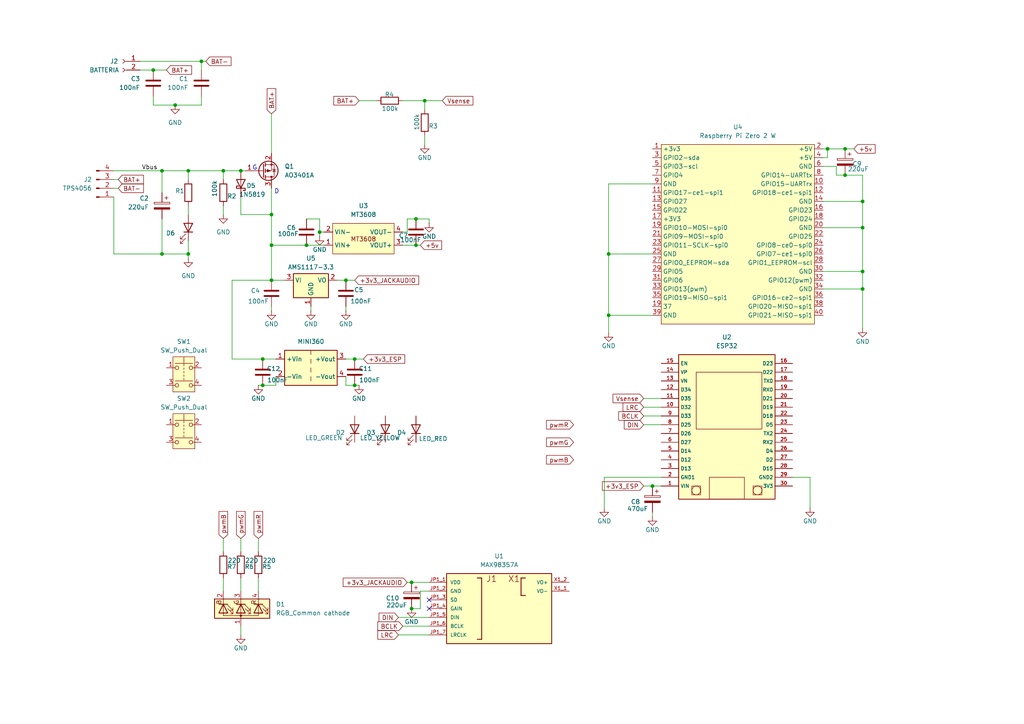
<source format=kicad_sch>
(kicad_sch (version 20250114) (generator "eeschema") (generator_version "9.0")
  (paper "A4")
  (lib_symbols
    (symbol "Connector:Conn_01x02_Socket" (pin_names (offset 1.016) (hide yes))
      (property "Reference" "J" (at 0 2.54 0))
      (property "Value" "Conn_01x02_Socket" (at 0 -5.08 0))
      (symbol "Conn_01x02_Socket_1_1"
        (polyline (pts (xy -1.27 0) (xy -0.508 0)) (stroke (width 0.1524)))
        (polyline (pts (xy -1.27 -2.54) (xy -0.508 -2.54)) (stroke (width 0.1524)))
        (arc (start 0 -0.508) (mid -0.5058 0) (end 0 0.508) (stroke (width 0.1524)))
        (arc (start 0 -3.048) (mid -0.5058 -2.54) (end 0 -2.032) (stroke (width 0.1524)))
        (pin passive line (at -5.08 0 0) (length 3.81) (name "Pin_1") (number "1"))
        (pin passive line (at -5.08 -2.54 0) (length 3.81) (name "Pin_2") (number "2"))
      )
    )
    (symbol "Connector:Conn_01x04_Pin" (pin_names (offset 1.016) (hide yes))
      (property "Reference" "J" (at 0 5.08 0))
      (property "Value" "Conn_01x04_Pin" (at 0 -7.62 0))
      (symbol "Conn_01x04_Pin_1_1"
        (rectangle (start 0.8636 2.667) (end 0 2.413) (stroke (width 0.1524)) (fill (type outline)))
        (rectangle (start 0.8636 0.127) (end 0 -0.127) (stroke (width 0.1524)) (fill (type outline)))
        (rectangle (start 0.8636 -2.413) (end 0 -2.667) (stroke (width 0.1524)) (fill (type outline)))
        (rectangle (start 0.8636 -4.953) (end 0 -5.207) (stroke (width 0.1524)) (fill (type outline)))
        (polyline (pts (xy 1.27 2.54) (xy 0.8636 2.54)) (stroke (width 0.1524)))
        (polyline (pts (xy 1.27 0) (xy 0.8636 0)) (stroke (width 0.1524)))
        (polyline (pts (xy 1.27 -2.54) (xy 0.8636 -2.54)) (stroke (width 0.1524)))
        (polyline (pts (xy 1.27 -5.08) (xy 0.8636 -5.08)) (stroke (width 0.1524)))
        (pin passive line (at 5.08 2.54 180) (length 3.81) (name "Pin_1") (number "1"))
        (pin passive line (at 5.08 0 180) (length 3.81) (name "Pin_2") (number "2"))
        (pin passive line (at 5.08 -2.54 180) (length 3.81) (name "Pin_3") (number "3"))
        (pin passive line (at 5.08 -5.08 180) (length 3.81) (name "Pin_4") (number "4"))
      )
    )
    (symbol "Device:C" (pin_numbers (hide yes)) (pin_names (offset 0.254))
      (property "Reference" "C" (at 0.635 2.54 0))
      (property "Value" "C" (at 0.635 -2.54 0))
      (symbol "C_0_1"
        (polyline (pts (xy -2.032 0.762) (xy 2.032 0.762)) (stroke (width 0.508)))
        (polyline (pts (xy -2.032 -0.762) (xy 2.032 -0.762)) (stroke (width 0.508)))
      )
      (symbol "C_1_1"
        (pin passive line (at 0 3.81 270) (length 2.794) (name "~") (number "1"))
        (pin passive line (at 0 -3.81 90) (length 2.794) (name "~") (number "2"))
      )
    )
    (symbol "Device:C_Polarized" (pin_numbers (hide yes)) (pin_names (offset 0.254))
      (property "Reference" "C" (at 0.635 2.54 0))
      (property "Value" "C_Polarized" (at 0.635 -2.54 0))
      (symbol "C_Polarized_0_1"
        (rectangle (start -2.286 0.508) (end 2.286 1.016))
        (polyline (pts (xy -1.778 2.286) (xy -0.762 2.286)))
        (polyline (pts (xy -1.27 2.794) (xy -1.27 1.778)))
        (rectangle (start 2.286 -0.508) (end -2.286 -1.016) (fill (type outline)))
      )
      (symbol "C_Polarized_1_1"
        (pin passive line (at 0 3.81 270) (length 2.794) (name "~") (number "1"))
        (pin passive line (at 0 -3.81 90) (length 2.794) (name "~") (number "2"))
      )
    )
    (symbol "Device:LED" (pin_numbers (hide yes)) (pin_names (offset 1.016) (hide yes))
      (property "Reference" "D" (at 0 2.54 0))
      (property "Value" "LED" (at 0 -2.54 0))
      (symbol "LED_0_1"
        (polyline (pts (xy -3.048 -0.762) (xy -4.572 -2.286) (xy -3.81 -2.286) (xy -4.572 -2.286) (xy -4.572 -1.524)))
        (polyline (pts (xy -1.778 -0.762) (xy -3.302 -2.286) (xy -2.54 -2.286) (xy -3.302 -2.286) (xy -3.302 -1.524)))
        (polyline (pts (xy -1.27 0) (xy 1.27 0)))
        (polyline (pts (xy -1.27 -1.27) (xy -1.27 1.27)) (stroke (width 0.254)))
        (polyline (pts (xy 1.27 -1.27) (xy 1.27 1.27) (xy -1.27 0) (xy 1.27 -1.27)) (stroke (width 0.254)))
      )
      (symbol "LED_1_1"
        (pin passive line (at -3.81 0 0) (length 2.54) (name "K") (number "1"))
        (pin passive line (at 3.81 0 180) (length 2.54) (name "A") (number "2"))
      )
    )
    (symbol "Device:LED_ABGR" (pin_names (offset 0) (hide yes))
      (property "Reference" "D" (at 0 9.398 0))
      (property "Value" "LED_ABGR" (at 0 -8.89 0))
      (symbol "LED_ABGR_0_0"
        (text "R" (at -1.905 3.81 0) (effects (font (size 1.27 1.27))))
        (text "G" (at -1.905 -1.27 0) (effects (font (size 1.27 1.27))))
        (text "B" (at -1.905 -6.35 0) (effects (font (size 1.27 1.27))))
      )
      (symbol "LED_ABGR_0_1"
        (polyline (pts (xy -1.27 6.35) (xy -1.27 3.81)) (stroke (width 0.254)))
        (polyline (pts (xy -1.27 6.35) (xy -1.27 3.81) (xy -1.27 3.81)))
        (polyline (pts (xy -1.27 5.08) (xy -2.54 5.08)))
        (polyline (pts (xy -1.27 5.08) (xy 1.27 5.08)))
        (polyline (pts (xy -1.27 1.27) (xy -1.27 -1.27)) (stroke (width 0.254)))
        (polyline (pts (xy -1.27 1.27) (xy -1.27 -1.27) (xy -1.27 -1.27)))
        (polyline (pts (xy -1.27 0) (xy -2.54 0)))
        (polyline (pts (xy -1.27 -3.81) (xy -1.27 -6.35)) (stroke (width 0.254)))
        (polyline (pts (xy -1.27 -5.08) (xy -2.54 -5.08)))
        (polyline (pts (xy -1.27 -5.08) (xy 1.27 -5.08)))
        (polyline (pts (xy -1.016 6.35) (xy 0.508 7.874) (xy -0.254 7.874) (xy 0.508 7.874) (xy 0.508 7.112)))
        (polyline (pts (xy -1.016 1.27) (xy 0.508 2.794) (xy -0.254 2.794) (xy 0.508 2.794) (xy 0.508 2.032)))
        (polyline (pts (xy -1.016 -3.81) (xy 0.508 -2.286) (xy -0.254 -2.286) (xy 0.508 -2.286) (xy 0.508 -3.048)))
        (polyline (pts (xy 0 6.35) (xy 1.524 7.874) (xy 0.762 7.874) (xy 1.524 7.874) (xy 1.524 7.112)))
        (polyline (pts (xy 0 1.27) (xy 1.524 2.794) (xy 0.762 2.794) (xy 1.524 2.794) (xy 1.524 2.032)))
        (polyline (pts (xy 0 -3.81) (xy 1.524 -2.286) (xy 0.762 -2.286) (xy 1.524 -2.286) (xy 1.524 -3.048)))
        (polyline (pts (xy 1.27 6.35) (xy 1.27 3.81) (xy -1.27 5.08) (xy 1.27 6.35)) (stroke (width 0.254)))
        (rectangle (start 1.27 6.35) (end 1.27 6.35))
        (rectangle (start 1.27 3.81) (end 1.27 6.35))
        (polyline (pts (xy 1.27 1.27) (xy 1.27 -1.27) (xy -1.27 0) (xy 1.27 1.27)) (stroke (width 0.254)))
        (rectangle (start 1.27 1.27) (end 1.27 1.27))
        (polyline (pts (xy 1.27 0) (xy -1.27 0)))
        (polyline (pts (xy 1.27 0) (xy 2.54 0)))
        (rectangle (start 1.27 -1.27) (end 1.27 1.27))
        (polyline (pts (xy 1.27 -3.81) (xy 1.27 -6.35) (xy -1.27 -5.08) (xy 1.27 -3.81)) (stroke (width 0.254)))
        (polyline (pts (xy 1.27 -5.08) (xy 2.032 -5.08) (xy 2.032 5.08) (xy 1.27 5.08)))
        (circle (center 2.032 0) (radius 0.254) (fill (type outline)))
        (rectangle (start 2.794 8.382) (end -2.794 -7.62) (stroke (width 0.254)) (fill (type background)))
      )
      (symbol "LED_ABGR_1_1"
        (pin passive line (at -5.08 5.08 0) (length 2.54) (name "RK") (number "4"))
        (pin passive line (at -5.08 0 0) (length 2.54) (name "GK") (number "3"))
        (pin passive line (at -5.08 -5.08 0) (length 2.54) (name "BK") (number "2"))
        (pin passive line (at 5.08 0 180) (length 2.54) (name "A") (number "1"))
      )
    )
    (symbol "Device:R" (pin_numbers (hide yes)) (pin_names (offset 0))
      (property "Reference" "R" (at 2.032 0 90))
      (property "Value" "R" (at 0 0 90))
      (symbol "R_0_1"
        (rectangle (start -1.016 -2.54) (end 1.016 2.54) (stroke (width 0.254)))
      )
      (symbol "R_1_1"
        (pin passive line (at 0 3.81 270) (length 1.27) (name "~") (number "1"))
        (pin passive line (at 0 -3.81 90) (length 1.27) (name "~") (number "2"))
      )
    )
    (symbol "Diode:1N5819" (pin_numbers (hide yes)) (pin_names (offset 1.016) (hide yes))
      (property "Reference" "D" (at 0 2.54 0))
      (property "Value" "1N5819" (at 0 -2.54 0))
      (symbol "1N5819_0_1"
        (polyline (pts (xy -1.905 0.635) (xy -1.905 1.27) (xy -1.27 1.27) (xy -1.27 -1.27) (xy -0.635 -1.27) (xy -0.635 -0.635)) (stroke (width 0.254)))
        (polyline (pts (xy 1.27 1.27) (xy 1.27 -1.27) (xy -1.27 0) (xy 1.27 1.27)) (stroke (width 0.254)))
        (polyline (pts (xy 1.27 0) (xy -1.27 0)))
      )
      (symbol "1N5819_1_1"
        (pin passive line (at -3.81 0 0) (length 2.54) (name "K") (number "1"))
        (pin passive line (at 3.81 0 180) (length 2.54) (name "A") (number "2"))
      )
    )
    (symbol "Libreria_Personale:ESP32"
      (property "Reference" "U" (at 11.43 26.67 0))
      (property "Value" "ESP32" (at 0 0 0))
      (symbol "ESP32_0_0"
        (rectangle (start -13.97 25.4) (end 13.97 -16.51) (stroke (width 0.254)) (fill (type background)))
      )
      (symbol "ESP32_0_1"
        (rectangle (start -10.16 -12.7) (end -7.62 -15.24))
        (rectangle (start -8.89 20.32) (end 10.16 3.81))
        (circle (center -8.89 -13.97) (radius 1.27))
        (rectangle (start -5.08 -16.51) (end 5.08 -10.16))
        (rectangle (start 7.62 -12.7) (end 10.16 -15.24))
        (circle (center 8.89 -13.97) (radius 1.27))
      )
      (symbol "ESP32_1_0"
        (pin input line (at -19.05 22.86 0) (length 5.08) (name "EN") (number "15"))
        (pin input line (at -19.05 20.32 0) (length 5.08) (name "VP") (number "14"))
        (pin input line (at -19.05 17.78 0) (length 5.08) (name "VN") (number "13"))
        (pin bidirectional line (at -19.05 15.24 0) (length 5.08) (name "D34") (number "12"))
        (pin bidirectional line (at -19.05 12.7 0) (length 5.08) (name "D35") (number "11"))
        (pin bidirectional line (at -19.05 10.16 0) (length 5.08) (name "D32") (number "10"))
        (pin bidirectional line (at -19.05 7.62 0) (length 5.08) (name "D33") (number "9"))
        (pin bidirectional line (at -19.05 5.08 0) (length 5.08) (name "D25") (number "8"))
        (pin bidirectional line (at -19.05 2.54 0) (length 5.08) (name "D26") (number "7"))
        (pin bidirectional line (at -19.05 0 0) (length 5.08) (name "D27") (number "6"))
        (pin bidirectional line (at -19.05 -2.54 0) (length 5.08) (name "D14") (number "5"))
        (pin bidirectional line (at -19.05 -5.08 0) (length 5.08) (name "D12") (number "4"))
        (pin bidirectional line (at -19.05 -7.62 0) (length 5.08) (name "D13") (number "3"))
        (pin power_in line (at -19.05 -10.16 0) (length 5.08) (name "GND1") (number "2"))
        (pin power_in line (at -19.05 -12.7 0) (length 5.08) (name "VIN") (number "1"))
        (pin bidirectional line (at 19.05 22.86 180) (length 5.08) (name "D23") (number "16"))
        (pin bidirectional line (at 19.05 20.32 180) (length 5.08) (name "D22") (number "17"))
        (pin output line (at 19.05 17.78 180) (length 5.08) (name "TX0") (number "18"))
        (pin input line (at 19.05 15.24 180) (length 5.08) (name "RX0") (number "19"))
        (pin bidirectional line (at 19.05 12.7 180) (length 5.08) (name "D21") (number "20"))
        (pin bidirectional line (at 19.05 10.16 180) (length 5.08) (name "D19") (number "21"))
        (pin bidirectional line (at 19.05 7.62 180) (length 5.08) (name "D18") (number "22"))
        (pin bidirectional line (at 19.05 5.08 180) (length 5.08) (name "D5") (number "23"))
        (pin power_in line (at 19.05 2.54 180) (length 5.08) (name "TX2") (number "24"))
        (pin power_in line (at 19.05 0 180) (length 5.08) (name "RX2") (number "25"))
        (pin bidirectional line (at 19.05 -2.54 180) (length 5.08) (name "D4") (number "26"))
        (pin bidirectional line (at 19.05 -5.08 180) (length 5.08) (name "D2") (number "27"))
        (pin bidirectional line (at 19.05 -7.62 180) (length 5.08) (name "D15") (number "28"))
        (pin power_in line (at 19.05 -10.16 180) (length 5.08) (name "GND2") (number "29"))
        (pin power_in line (at 19.05 -12.7 180) (length 5.08) (name "3V3") (number "30"))
      )
    )
    (symbol "Libreria_Personale:MAX98357A" (pin_names (offset 1.016))
      (property "Reference" "U" (at -15.24 10.922 0))
      (property "Value" "MAX98357A" (at -15.24 -12.7 0))
      (symbol "MAX98357A_0_0"
        (rectangle (start -15.24 -10.16) (end 15.24 10.16) (stroke (width 0.254)) (fill (type background)))
        (polyline (pts (xy -6.35 8.89) (xy -5.08 8.89)) (stroke (width 0.254)))
        (polyline (pts (xy -5.08 8.89) (xy -5.08 -8.89)) (stroke (width 0.254)))
        (polyline (pts (xy -5.08 -8.89) (xy -6.35 -8.89)) (stroke (width 0.254)))
        (polyline (pts (xy 6.35 8.89) (xy 6.35 3.81)) (stroke (width 0.254)))
        (polyline (pts (xy 6.35 3.81) (xy 7.62 3.81)) (stroke (width 0.254)))
        (polyline (pts (xy 7.62 8.89) (xy 6.35 8.89)) (stroke (width 0.254)))
        (text "J1" (at -3.81 7.62 0) (effects (font (size 1.778 1.778)) (justify left bottom)))
        (text "X1" (at 2.54 7.62 0) (effects (font (size 1.778 1.778)) (justify left bottom)))
        (pin power_in line (at -20.32 7.62 0) (length 5.08) (name "VDD") (number "JP1_1"))
        (pin power_in line (at -20.32 5.08 0) (length 5.08) (name "GND") (number "JP1_2"))
        (pin bidirectional line (at -20.32 2.54 0) (length 5.08) (name "SD") (number "JP1_3"))
        (pin bidirectional line (at -20.32 0 0) (length 5.08) (name "GAIN") (number "JP1_4"))
        (pin bidirectional line (at -20.32 -2.54 0) (length 5.08) (name "DIN") (number "JP1_5"))
        (pin bidirectional line (at -20.32 -5.08 0) (length 5.08) (name "BCLK") (number "JP1_6"))
        (pin bidirectional line (at -20.32 -7.62 0) (length 5.08) (name "LRCLK") (number "JP1_7"))
        (pin output line (at 20.32 7.62 180) (length 5.08) (name "VO+") (number "X1_2"))
        (pin output line (at 20.32 5.08 180) (length 5.08) (name "VO-") (number "X1_1"))
      )
    )
    (symbol "Libreria_Personale:MT3608"
      (property "Reference" "U" (at -6.858 5.08 0))
      (property "Value" "MT3608" (at 0 -6.096 0))
      (symbol "MT3608_1_1"
        (rectangle (start -8.89 3.81) (end 8.89 -5.08) (fill (type background)))
        (text "MT3608" (at 0 -0.508 0) (effects (font (size 1.27 1.27))))
        (pin output line (at -11.43 1.27 0) (length 2.54) (name "VOUT+") (number "3"))
        (pin output line (at -11.43 -2.54 0) (length 2.54) (name "VOUT-") (number "4"))
        (pin input line (at 11.43 1.27 180) (length 2.54) (name "VIN+") (number "1"))
        (pin input line (at 11.43 -2.54 180) (length 2.54) (name "VIN-") (number "2"))
      )
    )
    (symbol "Libreria_Personale:Mini360_DCDC_stepdown"
      (property "Value" "MINI360" (at 0 -7.62 0))
      (symbol "Mini360_DCDC_stepdown_0_0"
        (pin power_in line (at -10.16 1.27 0) (length 2.54) (name "+Vin") (number "1"))
        (pin power_in line (at -10.16 -3.81 0) (length 2.54) (name "-Vin") (number "2"))
        (pin power_out line (at 10.16 -3.81 180) (length 2.54) (name "-Vout") (number "4"))
      )
      (symbol "Mini360_DCDC_stepdown_0_1"
        (rectangle (start -7.62 3.81) (end 7.62 -6.35) (stroke (width 0.254)) (fill (type background)))
        (polyline (pts (xy 0 3.81) (xy 0 2.54)))
        (polyline (pts (xy 0 1.27) (xy 0 0)))
        (polyline (pts (xy 0 -1.27) (xy 0 -2.54)))
        (polyline (pts (xy 0 -3.81) (xy 0 -5.08)))
      )
      (symbol "Mini360_DCDC_stepdown_1_0"
        (pin power_out line (at 10.16 1.27 180) (length 2.54) (name "+Vout") (number "3"))
      )
    )
    (symbol "Libreria_Personale:Raspberry_Pi_Zero_2_W"
      (property "Reference" "U" (at 15.748 8.636 0))
      (property "Value" "Raspberry Pi Zero 2 W" (at -0.508 -45.72 0))
      (symbol "Raspberry_Pi_Zero_2_W_1_1"
        (rectangle (start -22.86 7.62) (end 21.59 -44.45) (fill (type background)))
        (pin input line (at -25.4 6.35 0) (length 2.54) (name "+3v3") (number "1"))
        (pin input line (at -25.4 3.81 0) (length 2.54) (name "GPIO2-sda") (number "3"))
        (pin input line (at -25.4 1.27 0) (length 2.54) (name "GPIO3-scl") (number "5"))
        (pin input line (at -25.4 -1.27 0) (length 2.54) (name "GPIO4") (number "7"))
        (pin input line (at -25.4 -3.81 0) (length 2.54) (name "GND") (number "9"))
        (pin input line (at -25.4 -6.35 0) (length 2.54) (name "GPIO17-ce1-spi1") (number "11"))
        (pin input line (at -25.4 -8.89 0) (length 2.54) (name "GPIO27") (number "13"))
        (pin input line (at -25.4 -11.43 0) (length 2.54) (name "GPIO22") (number "15"))
        (pin input line (at -25.4 -13.97 0) (length 2.54) (name "+3V3") (number "17"))
        (pin input line (at -25.4 -16.51 0) (length 2.54) (name "GPIO10-MOSI-spi0") (number "19"))
        (pin input line (at -25.4 -19.05 0) (length 2.54) (name "GPIO9-MOSI-spi0") (number "21"))
        (pin input line (at -25.4 -21.59 0) (length 2.54) (name "GPIO11-SCLK-spi0") (number "23"))
        (pin input line (at -25.4 -24.13 0) (length 2.54) (name "GND") (number "25"))
        (pin input line (at -25.4 -26.67 0) (length 2.54) (name "GPIO0_EEPROM-sda") (number "27"))
        (pin input line (at -25.4 -29.21 0) (length 2.54) (name "GPIO5") (number "29"))
        (pin input line (at -25.4 -31.75 0) (length 2.54) (name "GPIO6") (number "31"))
        (pin input line (at -25.4 -34.29 0) (length 2.54) (name "GPIO13(pwm)") (number "33"))
        (pin input line (at -25.4 -36.83 0) (length 2.54) (name "GPIO19-MISO-spi1") (number "35"))
        (pin input line (at -25.4 -39.37 0) (length 2.54) (name "37") (number "19"))
        (pin input line (at -25.4 -41.91 0) (length 2.54) (name "GND") (number "39"))
        (pin input line (at 24.13 6.35 180) (length 2.54) (name "+5V") (number "2"))
        (pin input line (at 24.13 3.81 180) (length 2.54) (name "+5V") (number "4"))
        (pin input line (at 24.13 1.27 180) (length 2.54) (name "GND") (number "6"))
        (pin input line (at 24.13 -1.27 180) (length 2.54) (name "GPIO14-UARTtx") (number "8"))
        (pin input line (at 24.13 -3.81 180) (length 2.54) (name "GPIO15-UARTrx") (number "10"))
        (pin input line (at 24.13 -6.35 180) (length 2.54) (name "GPIO18-ce1-spi1") (number "12"))
        (pin input line (at 24.13 -8.89 180) (length 2.54) (name "GND") (number "14"))
        (pin input line (at 24.13 -11.43 180) (length 2.54) (name "GPIO23") (number "16"))
        (pin input line (at 24.13 -13.97 180) (length 2.54) (name "GPIO24") (number "18"))
        (pin input line (at 24.13 -16.51 180) (length 2.54) (name "GND") (number "20"))
        (pin input line (at 24.13 -19.05 180) (length 2.54) (name "GPIO25") (number "22"))
        (pin input line (at 24.13 -21.59 180) (length 2.54) (name "GPIO8-ce0-spi0") (number "24"))
        (pin input line (at 24.13 -24.13 180) (length 2.54) (name "GPIO7-ce1-spi0") (number "26"))
        (pin input line (at 24.13 -26.67 180) (length 2.54) (name "GPIO1_EEPROM-scl") (number "28"))
        (pin input line (at 24.13 -29.21 180) (length 2.54) (name "GND") (number "30"))
        (pin input line (at 24.13 -31.75 180) (length 2.54) (name "GPIO12(pwm)") (number "32"))
        (pin input line (at 24.13 -34.29 180) (length 2.54) (name "GND") (number "34"))
        (pin input line (at 24.13 -36.83 180) (length 2.54) (name "GPIO16-ce2-spi1") (number "36"))
        (pin input line (at 24.13 -39.37 180) (length 2.54) (name "GPIO20-MISO-spi1") (number "38"))
        (pin input line (at 24.13 -41.91 180) (length 2.54) (name "GPIO21-MISO-spi1") (number "40"))
      )
    )
    (symbol "Regulator_Linear:AMS1117-3.3"
      (property "Reference" "U" (at -3.81 3.175 0))
      (property "Value" "AMS1117-3.3" (at 0 3.175 0))
      (symbol "AMS1117-3.3_0_1"
        (rectangle (start -5.08 -5.08) (end 5.08 1.905) (stroke (width 0.254)) (fill (type background)))
      )
      (symbol "AMS1117-3.3_1_1"
        (pin power_in line (at -7.62 0 0) (length 2.54) (name "VI") (number "3"))
        (pin power_in line (at 0 -7.62 90) (length 2.54) (name "GND") (number "1"))
        (pin power_out line (at 7.62 0 180) (length 2.54) (name "VO") (number "2"))
      )
    )
    (symbol "Switch:SW_Push_Dual" (pin_names (offset 1.016) (hide yes))
      (property "Reference" "SW" (at 0 7.62 0))
      (property "Value" "SW_Push_Dual" (at 0 -6.35 0))
      (symbol "SW_Push_Dual_0_1"
        (circle (center -2.032 2.54) (radius 0.508))
        (circle (center -2.032 -2.54) (radius 0.508))
        (polyline (pts (xy 0 3.81) (xy 0 5.588)))
        (polyline (pts (xy 0 3.048) (xy 0 3.556)))
        (polyline (pts (xy 0 2.032) (xy 0 2.54)))
        (polyline (pts (xy 0 1.016) (xy 0 1.524)))
        (polyline (pts (xy 0 0.508) (xy 0 0)))
        (polyline (pts (xy 0 -0.508) (xy 0 -1.016)))
        (circle (center 2.032 2.54) (radius 0.508))
        (circle (center 2.032 -2.54) (radius 0.508))
        (polyline (pts (xy 2.54 3.81) (xy -2.54 3.81)))
        (polyline (pts (xy 2.54 -1.27) (xy -2.54 -1.27)))
        (pin passive line (at -5.08 2.54 0) (length 2.54) (name "1") (number "1"))
        (pin passive line (at -5.08 -2.54 0) (length 2.54) (name "3") (number "3"))
        (pin passive line (at 5.08 2.54 180) (length 2.54) (name "2") (number "2"))
        (pin passive line (at 5.08 -2.54 180) (length 2.54) (name "4") (number "4"))
      )
      (symbol "SW_Push_Dual_1_1"
        (rectangle (start -3.175 5.715) (end 3.175 -4.445) (fill (type background)))
      )
    )
    (symbol "Transistor_FET:AO3401A" (pin_names (hide yes))
      (property "Reference" "Q" (at 5.08 1.905 0))
      (property "Value" "AO3401A" (at 5.08 0 0))
      (symbol "AO3401A_0_1"
        (polyline (pts (xy 0.254 1.905) (xy 0.254 -1.905)) (stroke (width 0.254)))
        (polyline (pts (xy 0.254 0) (xy -2.54 0)))
        (polyline (pts (xy 0.762 2.286) (xy 0.762 1.27)) (stroke (width 0.254)))
        (polyline (pts (xy 0.762 1.778) (xy 3.302 1.778) (xy 3.302 -1.778) (xy 0.762 -1.778)))
        (polyline (pts (xy 0.762 0.508) (xy 0.762 -0.508)) (stroke (width 0.254)))
        (polyline (pts (xy 0.762 -1.27) (xy 0.762 -2.286)) (stroke (width 0.254)))
        (circle (center 1.651 0) (radius 2.794) (stroke (width 0.254)))
        (polyline (pts (xy 2.286 0) (xy 1.27 0.381) (xy 1.27 -0.381) (xy 2.286 0)) (fill (type outline)))
        (polyline (pts (xy 2.54 2.54) (xy 2.54 1.778)))
        (circle (center 2.54 1.778) (radius 0.254) (fill (type outline)))
        (circle (center 2.54 -1.778) (radius 0.254) (fill (type outline)))
        (polyline (pts (xy 2.54 -2.54) (xy 2.54 0) (xy 0.762 0)))
        (polyline (pts (xy 2.794 -0.508) (xy 2.921 -0.381) (xy 3.683 -0.381) (xy 3.81 -0.254)))
        (polyline (pts (xy 3.302 -0.381) (xy 2.921 0.254) (xy 3.683 0.254) (xy 3.302 -0.381)))
      )
      (symbol "AO3401A_1_1"
        (pin input line (at -5.08 0 0) (length 2.54) (name "G") (number "1"))
        (pin passive line (at 2.54 5.08 270) (length 2.54) (name "D") (number "3"))
        (pin passive line (at 2.54 -5.08 90) (length 2.54) (name "S") (number "2"))
      )
    )
    (symbol "power:GND" (power) (pin_numbers (hide yes)) (pin_names (offset 0) (hide yes))
      (property "Value" "GND" (at 0 -3.81 0))
      (symbol "GND_0_1"
        (polyline (pts (xy 0 0) (xy 0 -1.27) (xy 1.27 -1.27) (xy 0 -2.54) (xy -1.27 -1.27) (xy 0 -1.27)))
      )
      (symbol "GND_1_1"
        (pin power_in line (at 0 0 270) (length 0) (name "~") (number "1"))
      )
    )
  )
  (text "G" (at 73.914 48.768 0) (effects (font (size 1.27 1.27))))
  (text "D" (at 80.264 55.626 0) (effects (font (size 1.27 1.27))))
  (junction (at 78.74 81.28))
  (junction (at 46.99 49.53))
  (junction (at 245.11 43.18))
  (junction (at 44.45 20.32))
  (junction (at 64.77 49.53))
  (junction (at 240.03 43.18))
  (junction (at 46.99 73.66))
  (junction (at 78.74 62.23))
  (junction (at 123.19 29.21))
  (junction (at 119.38 176.53))
  (junction (at 189.23 140.97))
  (junction (at 54.61 49.53))
  (junction (at 78.74 71.12))
  (junction (at 119.38 168.91))
  (junction (at 245.11 50.8))
  (junction (at 176.53 91.44))
  (junction (at 100.33 81.28))
  (junction (at 250.19 58.42))
  (junction (at 102.87 104.14))
  (junction (at 120.65 63.5))
  (junction (at 120.65 71.12))
  (junction (at 250.19 66.04))
  (junction (at 92.71 67.31))
  (junction (at 176.53 73.66))
  (junction (at 69.85 49.53))
  (junction (at 250.19 83.82))
  (junction (at 76.2 104.14))
  (junction (at 54.61 73.66))
  (junction (at 58.42 17.78))
  (junction (at 50.8 30.48))
  (junction (at 76.2 111.76))
  (junction (at 250.19 78.74))
  (junction (at 102.87 111.76))
  (junction (at 88.9 71.12))
  (no_connect (at 124.46 173.99))
  (no_connect (at 124.46 176.53))
  (wire (pts (xy 176.53 73.66) (xy 176.53 91.44)))
  (wire (pts (xy 74.93 171.45) (xy 74.93 167.64)))
  (wire (pts (xy 240.03 45.72) (xy 240.03 43.18)))
  (wire (pts (xy 78.74 62.23) (xy 78.74 71.12)))
  (wire (pts (xy 44.45 20.32) (xy 40.64 20.32)))
  (wire (pts (xy 80.01 111.76) (xy 76.2 111.76)))
  (wire (pts (xy 46.99 73.66) (xy 54.61 73.66)))
  (wire (pts (xy 88.9 63.5) (xy 92.71 63.5)))
  (wire (pts (xy 59.69 17.78) (xy 58.42 17.78)))
  (wire (pts (xy 242.57 48.26) (xy 242.57 50.8)))
  (wire (pts (xy 186.69 120.65) (xy 191.77 120.65)))
  (wire (pts (xy 54.61 49.53) (xy 64.77 49.53)))
  (wire (pts (xy 189.23 148.59) (xy 189.23 149.86)))
  (wire (pts (xy 186.69 115.57) (xy 191.77 115.57)))
  (wire (pts (xy 76.2 104.14) (xy 80.01 104.14)))
  (wire (pts (xy 189.23 91.44) (xy 176.53 91.44)))
  (wire (pts (xy 69.85 57.15) (xy 69.85 62.23)))
  (wire (pts (xy 44.45 27.94) (xy 44.45 30.48)))
  (wire (pts (xy 229.87 138.43) (xy 234.95 138.43)))
  (wire (pts (xy 58.42 27.94) (xy 58.42 30.48)))
  (wire (pts (xy 34.29 54.61) (xy 33.02 54.61)))
  (wire (pts (xy 100.33 111.76) (xy 102.87 111.76)))
  (wire (pts (xy 64.77 49.53) (xy 64.77 52.07)))
  (wire (pts (xy 69.85 171.45) (xy 69.85 167.64)))
  (wire (pts (xy 116.84 71.12) (xy 120.65 71.12)))
  (wire (pts (xy 78.74 81.28) (xy 67.31 81.28)))
  (wire (pts (xy 118.11 63.5) (xy 120.65 63.5)))
  (wire (pts (xy 54.61 49.53) (xy 46.99 49.53)))
  (wire (pts (xy 121.92 176.53) (xy 119.38 176.53)))
  (wire (pts (xy 80.01 111.76) (xy 80.01 109.22)))
  (wire (pts (xy 54.61 59.69) (xy 54.61 62.23)))
  (wire (pts (xy 250.19 58.42) (xy 250.19 66.04)))
  (wire (pts (xy 242.57 50.8) (xy 245.11 50.8)))
  (wire (pts (xy 33.02 57.15) (xy 33.02 73.66)))
  (wire (pts (xy 92.71 67.31) (xy 93.98 67.31)))
  (wire (pts (xy 69.85 181.61) (xy 69.85 184.15)))
  (wire (pts (xy 64.77 156.21) (xy 64.77 160.02)))
  (wire (pts (xy 250.19 83.82) (xy 250.19 95.25)))
  (wire (pts (xy 115.57 179.07) (xy 124.46 179.07)))
  (wire (pts (xy 69.85 156.21) (xy 69.85 160.02)))
  (wire (pts (xy 238.76 48.26) (xy 242.57 48.26)))
  (wire (pts (xy 78.74 81.28) (xy 78.74 71.12)))
  (wire (pts (xy 100.33 81.28) (xy 102.87 81.28)))
  (wire (pts (xy 118.11 67.31) (xy 118.11 63.5)))
  (wire (pts (xy 97.79 81.28) (xy 100.33 81.28)))
  (wire (pts (xy 100.33 111.76) (xy 100.33 109.22)))
  (wire (pts (xy 54.61 52.07) (xy 54.61 49.53)))
  (wire (pts (xy 92.71 63.5) (xy 92.71 67.31)))
  (wire (pts (xy 74.93 156.21) (xy 74.93 160.02)))
  (wire (pts (xy 124.46 171.45) (xy 121.92 171.45)))
  (wire (pts (xy 74.93 111.76) (xy 76.2 111.76)))
  (wire (pts (xy 33.02 73.66) (xy 46.99 73.66)))
  (wire (pts (xy 175.26 138.43) (xy 175.26 147.32)))
  (wire (pts (xy 250.19 78.74) (xy 250.19 83.82)))
  (wire (pts (xy 124.46 63.5) (xy 120.65 63.5)))
  (wire (pts (xy 176.53 91.44) (xy 176.53 96.52)))
  (wire (pts (xy 67.31 81.28) (xy 67.31 104.14)))
  (wire (pts (xy 245.11 43.18) (xy 247.65 43.18)))
  (wire (pts (xy 102.87 111.76) (xy 104.14 111.76)))
  (wire (pts (xy 54.61 69.85) (xy 54.61 73.66)))
  (wire (pts (xy 250.19 66.04) (xy 250.19 78.74)))
  (wire (pts (xy 90.17 88.9) (xy 90.17 90.17)))
  (wire (pts (xy 176.53 53.34) (xy 176.53 73.66)))
  (wire (pts (xy 238.76 45.72) (xy 240.03 45.72)))
  (wire (pts (xy 116.84 181.61) (xy 124.46 181.61)))
  (wire (pts (xy 238.76 58.42) (xy 250.19 58.42)))
  (wire (pts (xy 121.92 171.45) (xy 121.92 176.53)))
  (wire (pts (xy 186.69 123.19) (xy 191.77 123.19)))
  (wire (pts (xy 34.29 52.07) (xy 33.02 52.07)))
  (wire (pts (xy 46.99 63.5) (xy 46.99 73.66)))
  (wire (pts (xy 46.99 55.88) (xy 46.99 49.53)))
  (wire (pts (xy 104.14 29.21) (xy 109.22 29.21)))
  (wire (pts (xy 186.69 140.97) (xy 189.23 140.97)))
  (wire (pts (xy 58.42 17.78) (xy 40.64 17.78)))
  (wire (pts (xy 82.55 81.28) (xy 78.74 81.28)))
  (wire (pts (xy 240.03 43.18) (xy 245.11 43.18)))
  (wire (pts (xy 250.19 50.8) (xy 250.19 58.42)))
  (wire (pts (xy 115.57 184.15) (xy 124.46 184.15)))
  (wire (pts (xy 116.84 67.31) (xy 118.11 67.31)))
  (wire (pts (xy 64.77 59.69) (xy 64.77 62.23)))
  (wire (pts (xy 238.76 43.18) (xy 240.03 43.18)))
  (wire (pts (xy 238.76 78.74) (xy 250.19 78.74)))
  (wire (pts (xy 100.33 88.9) (xy 100.33 90.17)))
  (wire (pts (xy 88.9 71.12) (xy 93.98 71.12)))
  (wire (pts (xy 238.76 83.82) (xy 250.19 83.82)))
  (wire (pts (xy 58.42 30.48) (xy 50.8 30.48)))
  (wire (pts (xy 124.46 64.77) (xy 124.46 63.5)))
  (wire (pts (xy 44.45 30.48) (xy 50.8 30.48)))
  (wire (pts (xy 123.19 39.37) (xy 123.19 41.91)))
  (wire (pts (xy 123.19 31.75) (xy 123.19 29.21)))
  (wire (pts (xy 100.33 104.14) (xy 102.87 104.14)))
  (wire (pts (xy 67.31 104.14) (xy 76.2 104.14)))
  (wire (pts (xy 78.74 71.12) (xy 88.9 71.12)))
  (wire (pts (xy 92.71 68.58) (xy 92.71 67.31)))
  (wire (pts (xy 189.23 73.66) (xy 176.53 73.66)))
  (wire (pts (xy 120.65 71.12) (xy 121.92 71.12)))
  (wire (pts (xy 69.85 62.23) (xy 78.74 62.23)))
  (wire (pts (xy 189.23 140.97) (xy 191.77 140.97)))
  (wire (pts (xy 69.85 49.53) (xy 64.77 49.53)))
  (wire (pts (xy 58.42 17.78) (xy 58.42 20.32)))
  (wire (pts (xy 191.77 138.43) (xy 175.26 138.43)))
  (wire (pts (xy 78.74 88.9) (xy 78.74 90.17)))
  (wire (pts (xy 71.12 49.53) (xy 69.85 49.53)))
  (wire (pts (xy 64.77 171.45) (xy 64.77 167.64)))
  (wire (pts (xy 234.95 138.43) (xy 234.95 147.32)))
  (wire (pts (xy 48.26 20.32) (xy 44.45 20.32)))
  (wire (pts (xy 102.87 104.14) (xy 105.41 104.14)))
  (wire (pts (xy 238.76 66.04) (xy 250.19 66.04)))
  (wire (pts (xy 245.11 50.8) (xy 250.19 50.8)))
  (wire (pts (xy 186.69 118.11) (xy 191.77 118.11)))
  (wire (pts (xy 119.38 168.91) (xy 124.46 168.91)))
  (wire (pts (xy 46.99 49.53) (xy 33.02 49.53)))
  (wire (pts (xy 123.19 29.21) (xy 128.27 29.21)))
  (wire (pts (xy 54.61 73.66) (xy 54.61 74.93)))
  (wire (pts (xy 118.11 168.91) (xy 119.38 168.91)))
  (wire (pts (xy 123.19 29.21) (xy 116.84 29.21)))
  (wire (pts (xy 189.23 53.34) (xy 176.53 53.34)))
  (wire (pts (xy 78.74 54.61) (xy 78.74 62.23)))
  (wire (pts (xy 78.74 33.02) (xy 78.74 44.45)))
  (label "Vbus" (at 45.72 49.53 180))
  (global_label "pwmB" (shape input) (at 64.77 156.21 90) (property "Intersheetrefs" "${INTERSHEET_REFS}" (effects (hide yes))))
  (global_label "+3v3_JACKAUDIO" (shape input) (at 118.11 168.91 180) (property "Intersheetrefs" "${INTERSHEET_REFS}" (effects (hide yes))))
  (global_label "BCLK" (shape input) (at 116.84 181.61 180) (property "Intersheetrefs" "${INTERSHEET_REFS}" (effects (hide yes))))
  (global_label "pwmG" (shape input) (at 166.37 128.27 180) (property "Intersheetrefs" "${INTERSHEET_REFS}" (effects (hide yes))))
  (global_label "Vsense" (shape input) (at 186.69 115.57 180) (property "Intersheetrefs" "${INTERSHEET_REFS}" (effects (hide yes))))
  (global_label "+5v" (shape input) (at 121.92 71.12 0) (property "Intersheetrefs" "${INTERSHEET_REFS}" (effects (hide yes))))
  (global_label "+3v3_ESP" (shape input) (at 105.41 104.14 0) (property "Intersheetrefs" "${INTERSHEET_REFS}" (effects (hide yes))))
  (global_label "+5v" (shape input) (at 247.65 43.18 0) (property "Intersheetrefs" "${INTERSHEET_REFS}" (effects (hide yes))))
  (global_label "pwmB" (shape input) (at 166.37 133.35 180) (property "Intersheetrefs" "${INTERSHEET_REFS}" (effects (hide yes))))
  (global_label "pwmR" (shape input) (at 166.37 123.19 180) (property "Intersheetrefs" "${INTERSHEET_REFS}" (effects (hide yes))))
  (global_label "LRC" (shape input) (at 115.57 184.15 180) (property "Intersheetrefs" "${INTERSHEET_REFS}" (effects (hide yes))))
  (global_label "Vsense" (shape input) (at 128.27 29.21 0) (property "Intersheetrefs" "${INTERSHEET_REFS}" (effects (hide yes))))
  (global_label "pwmR" (shape input) (at 74.93 156.21 90) (property "Intersheetrefs" "${INTERSHEET_REFS}" (effects (hide yes))))
  (global_label "BAT+" (shape input) (at 78.74 33.02 90) (property "Intersheetrefs" "${INTERSHEET_REFS}" (effects (hide yes))))
  (global_label "+3v3_JACKAUDIO" (shape input) (at 102.87 81.28 0) (property "Intersheetrefs" "${INTERSHEET_REFS}" (effects (hide yes))))
  (global_label "DIN" (shape input) (at 115.57 179.07 180) (property "Intersheetrefs" "${INTERSHEET_REFS}" (effects (hide yes))))
  (global_label "BAT-" (shape input) (at 59.69 17.78 0) (property "Intersheetrefs" "${INTERSHEET_REFS}" (effects (hide yes))))
  (global_label "BAT+" (shape input) (at 104.14 29.21 180) (property "Intersheetrefs" "${INTERSHEET_REFS}" (effects (hide yes))))
  (global_label "pwmG" (shape input) (at 69.85 156.21 90) (property "Intersheetrefs" "${INTERSHEET_REFS}" (effects (hide yes))))
  (global_label "BAT+" (shape input) (at 34.29 52.07 0) (property "Intersheetrefs" "${INTERSHEET_REFS}" (effects (hide yes))))
  (global_label "LRC" (shape input) (at 186.69 118.11 180) (property "Intersheetrefs" "${INTERSHEET_REFS}" (effects (hide yes))))
  (global_label "+3v3_ESP" (shape input) (at 186.69 140.97 180) (property "Intersheetrefs" "${INTERSHEET_REFS}" (effects (hide yes))))
  (global_label "BAT-" (shape input) (at 34.29 54.61 0) (property "Intersheetrefs" "${INTERSHEET_REFS}" (effects (hide yes))))
  (global_label "BAT+" (shape input) (at 48.26 20.32 0) (property "Intersheetrefs" "${INTERSHEET_REFS}" (effects (hide yes))))
  (global_label "DIN" (shape input) (at 186.69 123.19 180) (property "Intersheetrefs" "${INTERSHEET_REFS}" (effects (hide yes))))
  (global_label "BCLK" (shape input) (at 186.69 120.65 180) (property "Intersheetrefs" "${INTERSHEET_REFS}" (effects (hide yes))))
  (symbol (lib_id "Libreria_Personale:Raspberry_Pi_Zero_2_W") (at 214.63 49.53 0) (unit 1)
    (property "Reference" "U4" (at 213.995 36.83 0))
    (property "Value" "Raspberry Pi Zero 2 W" (at 213.995 39.37 0))
    (property "Footprint" "Module:Raspberry_Pi_Zero_Socketed_THT_FaceDown_MountingHoles" (effects (hide yes)))
  )
  (symbol (lib_id "power:GND") (at 175.26 147.32 0) (unit 1)
    (property "Reference" "#PWR013" (effects (hide yes)))
    (property "Value" "GND" (at 175.26 151.13 0))
    (property "Description" "Power symbol creates a global label with name \"GND\" , ground" (effects (hide yes)))
  )
  (symbol (lib_id "Device:LED") (at 102.87 124.46 270) (mirror x) (unit 1)
    (property "Reference" "D2" (at 100.076 125.476 90) (effects (justify right)))
    (property "Value" "LED_GREEN" (at 99.314 127 90) (effects (justify right)))
    (property "Footprint" "LED_THT:LED_D4.0mm" (effects (hide yes)))
    (property "Description" "Light emitting diode" (effects (hide yes)))
    (property "Sim.Pins" "1=K 2=A" (effects (hide yes)))
  )
  (symbol (lib_id "Device:C") (at 100.33 85.09 0) (mirror y) (unit 1)
    (property "Reference" "C5" (at 105.41 84.074 0) (effects (justify left)))
    (property "Value" "100nF" (at 107.696 87.376 0) (effects (justify left)))
    (property "Footprint" "Capacitor_THT:C_Disc_D4.3mm_W1.9mm_P5.00mm" (effects (hide yes)))
    (property "Description" "Unpolarized capacitor" (effects (hide yes)))
  )
  (symbol (lib_id "Libreria_Personale:MT3608") (at 105.41 69.85 180) (unit 1)
    (property "Reference" "U3" (at 105.41 59.69 0))
    (property "Value" "MT3608" (at 105.41 62.23 0))
    (property "Footprint" "LIB_Personale:MT3608-Module" (effects (hide yes)))
  )
  (symbol (lib_id "power:GND") (at 92.71 68.58 0) (unit 1)
    (property "Reference" "#PWR04" (effects (hide yes)))
    (property "Value" "GND" (at 92.71 72.39 0))
    (property "Description" "Power symbol creates a global label with name \"GND\" , ground" (effects (hide yes)))
  )
  (symbol (lib_id "Device:R") (at 74.93 163.83 0) (mirror y) (unit 1)
    (property "Reference" "R5" (at 78.74 164.338 0) (effects (justify left)))
    (property "Value" "220" (at 80.01 162.56 0) (effects (justify left)))
    (property "Footprint" "Resistor_THT:R_Axial_DIN0204_L3.6mm_D1.6mm_P5.08mm_Horizontal" (effects (hide yes)))
    (property "Description" "Resistor" (effects (hide yes)))
  )
  (symbol (lib_id "power:GND") (at 54.61 74.93 0) (mirror y) (unit 1)
    (property "Reference" "#PWR02" (effects (hide yes)))
    (property "Value" "GND" (at 54.61 80.01 0))
    (property "Description" "Power symbol creates a global label with name \"GND\" , ground" (effects (hide yes)))
  )
  (symbol (lib_id "Device:C") (at 102.87 107.95 0) (mirror y) (unit 1)
    (property "Reference" "C11" (at 107.95 106.934 0) (effects (justify left)))
    (property "Value" "100nF" (at 110.236 110.236 0) (effects (justify left)))
    (property "Footprint" "Capacitor_THT:C_Disc_D4.3mm_W1.9mm_P5.00mm" (effects (hide yes)))
    (property "Description" "Unpolarized capacitor" (effects (hide yes)))
  )
  (symbol (lib_id "Libreria_Personale:MAX98357A") (at 144.78 176.53 0) (unit 1)
    (property "Reference" "U1" (at 144.78 161.29 0))
    (property "Value" "MAX98357A" (at 144.78 163.83 0))
    (property "Footprint" "Package_DFN_QFN:TDFN-14-1EP_3x3mm_P0.4mm_EP1.78x2.35mm_ThermalVias" (effects (hide yes)))
    (property "MF" "Adafruit" (effects (hide yes)))
    (property "Description_1" "MAX98357A - 1-Channel (Mono) Output Class D Audio Amplifier Evaluation Board" (effects (hide yes)))
    (property "CREATOR" "DIZAR" (effects (hide yes)))
    (property "Price" "None" (effects (hide yes)))
    (property "Package" "Package" (effects (hide yes)))
    (property "Check_prices" "https://www.snapeda.com/parts/3006/Adafruit+Industries/view-part/?ref=eda" (effects (hide yes)))
    (property "STANDARD" "Manufacturer Recommendations" (effects (hide yes)))
    (property "PARTREV" "A" (effects (hide yes)))
    (property "SnapEDA_Link" "https://www.snapeda.com/parts/3006/Adafruit+Industries/view-part/?ref=snap" (effects (hide yes)))
    (property "MP" "3006" (effects (hide yes)))
    (property "Availability" "In Stock" (effects (hide yes)))
    (property "MANUFACTURER" "Adafruit" (effects (hide yes)))
  )
  (symbol (lib_id "Device:C_Polarized") (at 119.38 172.72 0) (mirror y) (unit 1)
    (property "Reference" "C10" (at 115.824 173.482 0) (effects (justify left)))
    (property "Value" "220uF" (at 118.11 175.514 0) (effects (justify left)))
    (property "Footprint" "Capacitor_THT:CP_Radial_D5.0mm_P2.00mm" (effects (hide yes)))
    (property "Description" "Polarized capacitor" (effects (hide yes)))
  )
  (symbol (lib_id "power:GND") (at 90.17 90.17 0) (unit 1)
    (property "Reference" "#PWR01" (effects (hide yes)))
    (property "Value" "GND" (at 90.17 93.98 0))
    (property "Description" "Power symbol creates a global label with name \"GND\" , ground" (effects (hide yes)))
  )
  (symbol (lib_id "Libreria_Personale:ESP32") (at 210.82 128.27 0) (unit 1)
    (property "Reference" "U2" (at 210.82 97.79 0))
    (property "Value" "ESP32" (at 210.82 100.33 0))
    (property "Footprint" "LIB_Personale:ESP32" (effects (hide yes)))
  )
  (symbol (lib_id "Device:C") (at 58.42 24.13 0) (mirror y) (unit 1)
    (property "Reference" "C1" (at 54.61 22.8599 0) (effects (justify left)))
    (property "Value" "100nF" (at 54.61 25.3999 0) (effects (justify left)))
    (property "Footprint" "Capacitor_THT:C_Disc_D4.3mm_W1.9mm_P5.00mm" (effects (hide yes)))
    (property "Description" "Unpolarized capacitor" (effects (hide yes)))
  )
  (symbol (lib_id "power:GND") (at 234.95 147.32 0) (unit 1)
    (property "Reference" "#PWR012" (effects (hide yes)))
    (property "Value" "GND" (at 234.95 151.13 0))
    (property "Description" "Power symbol creates a global label with name \"GND\" , ground" (effects (hide yes)))
  )
  (symbol (lib_id "Device:C") (at 78.74 85.09 0) (mirror y) (unit 1)
    (property "Reference" "C4" (at 75.438 84.328 0) (effects (justify left)))
    (property "Value" "100nF" (at 77.978 87.376 0) (effects (justify left)))
    (property "Footprint" "Capacitor_THT:C_Disc_D4.3mm_W1.9mm_P5.00mm" (effects (hide yes)))
    (property "Description" "Unpolarized capacitor" (effects (hide yes)))
  )
  (symbol (lib_id "Device:C") (at 44.45 24.13 0) (mirror y) (unit 1)
    (property "Reference" "C3" (at 40.64 22.8599 0) (effects (justify left)))
    (property "Value" "100nF" (at 40.64 25.3999 0) (effects (justify left)))
    (property "Footprint" "Capacitor_THT:C_Disc_D4.3mm_W1.9mm_P5.00mm" (effects (hide yes)))
    (property "Description" "Unpolarized capacitor" (effects (hide yes)))
  )
  (symbol (lib_id "Device:LED") (at 120.65 124.46 270) (mirror x) (unit 1)
    (property "Reference" "D4" (at 117.856 125.476 90) (effects (justify right)))
    (property "Value" "LED_RED" (at 129.794 127.254 90) (effects (justify right)))
    (property "Footprint" "LED_THT:LED_D4.0mm" (effects (hide yes)))
    (property "Description" "Light emitting diode" (effects (hide yes)))
    (property "Sim.Pins" "1=K 2=A" (effects (hide yes)))
  )
  (symbol (lib_id "Connector:Conn_01x04_Pin") (at 27.94 54.61 0) (mirror x) (unit 1)
    (property "Reference" "J2" (at 26.67 52.0699 0) (effects (justify right)))
    (property "Value" "TPS4056" (at 26.67 54.6099 0) (effects (justify right)))
    (property "Footprint" "Connector_Molex:Molex_KK-254_AE-6410-04A_1x04_P2.54mm_Vertical" (effects (hide yes)))
    (property "Description" "Generic connector, single row, 01x04, script generated" (effects (hide yes)))
  )
  (symbol (lib_id "power:GND") (at 50.8 30.48 0) (mirror y) (unit 1)
    (property "Reference" "#PWR03" (effects (hide yes)))
    (property "Value" "GND" (at 50.8 35.56 0))
    (property "Description" "Power symbol creates a global label with name \"GND\" , ground" (effects (hide yes)))
  )
  (symbol (lib_id "power:GND") (at 124.46 64.77 0) (unit 1)
    (property "Reference" "#PWR05" (effects (hide yes)))
    (property "Value" "GND" (at 124.46 68.58 0))
    (property "Description" "Power symbol creates a global label with name \"GND\" , ground" (effects (hide yes)))
  )
  (symbol (lib_id "power:GND") (at 104.14 111.76 0) (unit 1)
    (property "Reference" "#PWR017" (effects (hide yes)))
    (property "Value" "GND" (at 104.14 115.57 0))
    (property "Description" "Power symbol creates a global label with name \"GND\" , ground" (effects (hide yes)))
  )
  (symbol (lib_id "power:GND") (at 189.23 149.86 0) (unit 1)
    (property "Reference" "#PWR09" (effects (hide yes)))
    (property "Value" "GND" (at 189.23 153.67 0))
    (property "Description" "Power symbol creates a global label with name \"GND\" , ground" (effects (hide yes)))
  )
  (symbol (lib_id "Device:R") (at 113.03 29.21 90) (mirror x) (unit 1)
    (property "Reference" "R4" (at 114.3 27.432 90) (effects (justify left)))
    (property "Value" "100k" (at 115.57 31.496 90) (effects (justify left)))
    (property "Footprint" "Resistor_THT:R_Axial_DIN0204_L3.6mm_D1.6mm_P5.08mm_Horizontal" (effects (hide yes)))
    (property "Description" "Resistor" (effects (hide yes)))
  )
  (symbol (lib_id "Device:R") (at 64.77 55.88 0) (mirror y) (unit 1)
    (property "Reference" "R2" (at 68.58 56.896 0) (effects (justify left)))
    (property "Value" "100k" (at 62.23 57.1499 90) (effects (justify left)))
    (property "Footprint" "Resistor_THT:R_Axial_DIN0204_L3.6mm_D1.6mm_P5.08mm_Horizontal" (effects (hide yes)))
    (property "Description" "Resistor" (effects (hide yes)))
  )
  (symbol (lib_id "power:GND") (at 176.53 96.52 0) (unit 1)
    (property "Reference" "#PWR011" (effects (hide yes)))
    (property "Value" "GND" (at 176.53 100.33 0))
    (property "Description" "Power symbol creates a global label with name \"GND\" , ground" (effects (hide yes)))
  )
  (symbol (lib_id "Device:R") (at 64.77 163.83 0) (mirror y) (unit 1)
    (property "Reference" "R7" (at 68.58 164.338 0) (effects (justify left)))
    (property "Value" "220" (at 69.85 162.56 0) (effects (justify left)))
    (property "Footprint" "Resistor_THT:R_Axial_DIN0204_L3.6mm_D1.6mm_P5.08mm_Horizontal" (effects (hide yes)))
    (property "Description" "Resistor" (effects (hide yes)))
  )
  (symbol (lib_id "power:GND") (at 78.74 90.17 0) (unit 1)
    (property "Reference" "#PWR06" (effects (hide yes)))
    (property "Value" "GND" (at 78.74 93.98 0))
    (property "Description" "Power symbol creates a global label with name \"GND\" , ground" (effects (hide yes)))
  )
  (symbol (lib_id "Device:C_Polarized") (at 189.23 144.78 0) (mirror y) (unit 1)
    (property "Reference" "C8" (at 185.674 145.542 0) (effects (justify left)))
    (property "Value" "470uF" (at 187.96 147.574 0) (effects (justify left)))
    (property "Footprint" "Capacitor_THT:CP_Radial_D5.0mm_P2.00mm" (effects (hide yes)))
    (property "Description" "Polarized capacitor" (effects (hide yes)))
  )
  (symbol (lib_id "Libreria_Personale:Mini360_DCDC_stepdown") (at 90.17 105.41 0) (unit 1)
    (property "Reference" "U6" (effects (hide yes)))
    (property "Value" "MINI360" (at 90.17 99.06 0))
    (property "Footprint" "LIB_Personale:Mini360" (effects (hide yes)))
  )
  (symbol (lib_id "power:GND") (at 64.77 62.23 0) (mirror y) (unit 1)
    (property "Reference" "#PWR07" (effects (hide yes)))
    (property "Value" "GND" (at 64.77 67.31 0))
    (property "Description" "Power symbol creates a global label with name \"GND\" , ground" (effects (hide yes)))
  )
  (symbol (lib_id "Switch:SW_Push_Dual") (at 53.34 125.73 0) (unit 1)
    (property "Reference" "SW2" (at 53.34 115.57 0))
    (property "Value" "SW_Push_Dual" (at 53.34 118.11 0))
    (property "Description" "Push button switch, generic, symbol, four pins" (effects (hide yes)))
  )
  (symbol (lib_id "Device:LED") (at 111.76 124.46 270) (mirror x) (unit 1)
    (property "Reference" "D3" (at 108.966 125.476 90) (effects (justify right)))
    (property "Value" "LED_YELLOW" (at 116.078 127 90) (effects (justify right)))
    (property "Footprint" "LED_THT:LED_D4.0mm" (effects (hide yes)))
    (property "Description" "Light emitting diode" (effects (hide yes)))
    (property "Sim.Pins" "1=K 2=A" (effects (hide yes)))
  )
  (symbol (lib_id "power:GND") (at 123.19 41.91 0) (mirror y) (unit 1)
    (property "Reference" "#PWR015" (effects (hide yes)))
    (property "Value" "GND" (at 123.19 45.72 0))
    (property "Description" "Power symbol creates a global label with name \"GND\" , ground" (effects (hide yes)))
  )
  (symbol (lib_id "Device:C") (at 76.2 107.95 0) (mirror y) (unit 1)
    (property "Reference" "C12" (at 81.28 106.934 0) (effects (justify left)))
    (property "Value" "100nF" (at 83.566 110.236 0) (effects (justify left)))
    (property "Footprint" "Capacitor_THT:C_Disc_D4.3mm_W1.9mm_P5.00mm" (effects (hide yes)))
    (property "Description" "Unpolarized capacitor" (effects (hide yes)))
  )
  (symbol (lib_id "power:GND") (at 119.38 176.53 0) (unit 1)
    (property "Reference" "#PWR014" (effects (hide yes)))
    (property "Value" "GND" (at 119.38 180.34 0))
    (property "Description" "Power symbol creates a global label with name \"GND\" , ground" (effects (hide yes)))
  )
  (symbol (lib_id "Device:R") (at 69.85 163.83 0) (mirror y) (unit 1)
    (property "Reference" "R6" (at 73.66 164.338 0) (effects (justify left)))
    (property "Value" "220" (at 74.93 162.56 0) (effects (justify left)))
    (property "Footprint" "Resistor_THT:R_Axial_DIN0204_L3.6mm_D1.6mm_P5.08mm_Horizontal" (effects (hide yes)))
    (property "Description" "Resistor" (effects (hide yes)))
  )
  (symbol (lib_id "Transistor_FET:AO3401A") (at 76.2 49.53 0) (mirror x) (unit 1)
    (property "Reference" "Q1" (at 82.55 48.2599 0) (effects (justify left)))
    (property "Value" "AO3401A" (at 82.55 50.7999 0) (effects (justify left)))
    (property "Footprint" "Package_TO_SOT_SMD:SOT-23" (effects (hide yes)))
    (property "Datasheet" "http://www.aosmd.com/pdfs/datasheet/AO3401A.pdf" (effects (hide yes)))
    (property "Description" "-4.0A Id, -30V Vds, P-Channel MOSFET, SOT-23" (effects (hide yes)))
  )
  (symbol (lib_id "Switch:SW_Push_Dual") (at 53.34 109.22 0) (unit 1)
    (property "Reference" "SW1" (at 53.34 99.06 0))
    (property "Value" "SW_Push_Dual" (at 53.34 101.6 0))
    (property "Description" "Push button switch, generic, symbol, four pins" (effects (hide yes)))
  )
  (symbol (lib_id "Device:C") (at 88.9 67.31 0) (mirror y) (unit 1)
    (property "Reference" "C6" (at 85.852 66.04 0) (effects (justify left)))
    (property "Value" "100nF" (at 86.614 67.818 0) (effects (justify left)))
    (property "Footprint" "Capacitor_THT:C_Disc_D4.3mm_W1.9mm_P5.00mm" (effects (hide yes)))
    (property "Description" "Unpolarized capacitor" (effects (hide yes)))
  )
  (symbol (lib_id "power:GND") (at 100.33 90.17 0) (unit 1)
    (property "Reference" "#PWR08" (effects (hide yes)))
    (property "Value" "GND" (at 100.33 93.98 0))
    (property "Description" "Power symbol creates a global label with name \"GND\" , ground" (effects (hide yes)))
  )
  (symbol (lib_id "Device:C") (at 120.65 67.31 0) (mirror y) (unit 1)
    (property "Reference" "C7" (at 118.364 68.326 0) (effects (justify left)))
    (property "Value" "100nF" (at 122.174 69.596 0) (effects (justify left)))
    (property "Footprint" "Capacitor_THT:C_Disc_D4.3mm_W1.9mm_P5.00mm" (effects (hide yes)))
    (property "Description" "Unpolarized capacitor" (effects (hide yes)))
  )
  (symbol (lib_id "Device:R") (at 123.19 35.56 0) (mirror y) (unit 1)
    (property "Reference" "R3" (at 127 36.576 0) (effects (justify left)))
    (property "Value" "100k" (at 120.904 37.846 90) (effects (justify left)))
    (property "Footprint" "Resistor_THT:R_Axial_DIN0204_L3.6mm_D1.6mm_P5.08mm_Horizontal" (effects (hide yes)))
    (property "Description" "Resistor" (effects (hide yes)))
  )
  (symbol (lib_id "Device:C_Polarized") (at 46.99 59.69 0) (mirror y) (unit 1)
    (property "Reference" "C2" (at 43.18 57.5309 0) (effects (justify left)))
    (property "Value" "220uF" (at 43.18 60.0709 0) (effects (justify left)))
    (property "Footprint" "Capacitor_THT:CP_Radial_D5.0mm_P2.00mm" (effects (hide yes)))
    (property "Description" "Polarized capacitor" (effects (hide yes)))
  )
  (symbol (lib_id "Regulator_Linear:AMS1117-3.3") (at 90.17 81.28 0) (unit 1)
    (property "Reference" "U5" (at 90.17 74.93 0))
    (property "Value" "AMS1117-3.3" (at 90.17 77.47 0))
    (property "Footprint" "Package_TO_SOT_SMD:SOT-223-3_TabPin2" (effects (hide yes)))
    (property "Datasheet" "http://www.advanced-monolithic.com/pdf/ds1117.pdf" (effects (hide yes)))
    (property "Description" "1A Low Dropout regulator, positive, 3.3V fixed output, SOT-223" (effects (hide yes)))
  )
  (symbol (lib_id "Connector:Conn_01x02_Socket") (at 35.56 17.78 0) (mirror y) (unit 1)
    (property "Reference" "J2" (at 34.29 17.7799 0) (effects (justify left)))
    (property "Value" "BATTERIA" (at 34.544 20.32 0) (effects (justify left)))
    (property "Footprint" "Connector_Molex:Molex_KK-254_AE-6410-02A_1x02_P2.54mm_Vertical" (effects (hide yes)))
    (property "Description" "Generic connector, single row, 01x02, script generated" (effects (hide yes)))
  )
  (symbol (lib_id "Diode:1N5819") (at 69.85 53.34 270) (mirror x) (unit 1)
    (property "Reference" "D5" (at 74.168 53.848 90) (effects (justify right)))
    (property "Value" "1N5819" (at 76.962 56.388 90) (effects (justify right)))
    (property "Footprint" "Diode_THT:D_DO-41_SOD81_P7.62mm_Horizontal" (effects (hide yes)))
    (property "Datasheet" "http://www.vishay.com/docs/88525/1n5817.pdf" (effects (hide yes)))
    (property "Description" "40V 1A Schottky Barrier Rectifier Diode, DO-41" (effects (hide yes)))
  )
  (symbol (lib_id "power:GND") (at 69.85 184.15 0) (unit 1)
    (property "Reference" "#PWR016" (effects (hide yes)))
    (property "Value" "GND" (at 69.85 187.96 0))
    (property "Description" "Power symbol creates a global label with name \"GND\" , ground" (effects (hide yes)))
  )
  (symbol (lib_id "Device:C_Polarized") (at 245.11 46.99 0) (mirror y) (unit 1)
    (property "Reference" "C9" (at 249.936 47.498 0) (effects (justify left)))
    (property "Value" "220uF" (at 251.968 49.022 0) (effects (justify left)))
    (property "Footprint" "Capacitor_THT:CP_Radial_D5.0mm_P2.00mm" (effects (hide yes)))
    (property "Description" "Polarized capacitor" (effects (hide yes)))
  )
  (symbol (lib_id "Device:LED_ABGR") (at 69.85 176.53 270) (unit 1)
    (property "Reference" "D1" (at 80.01 175.2599 90) (effects (justify left)))
    (property "Value" "RGB_Common cathode" (at 80.01 177.7999 90) (effects (justify left)))
    (property "Footprint" "LED_THT:LED_D5.0mm-4_RGB" (effects (hide yes)))
    (property "Description" "RGB LED, anode/blue/green/red" (effects (hide yes)))
  )
  (symbol (lib_id "power:GND") (at 74.93 111.76 0) (unit 1)
    (property "Reference" "#PWR018" (effects (hide yes)))
    (property "Value" "GND" (at 74.93 115.57 0))
    (property "Description" "Power symbol creates a global label with name \"GND\" , ground" (effects (hide yes)))
  )
  (symbol (lib_id "power:GND") (at 250.19 95.25 0) (unit 1)
    (property "Reference" "#PWR010" (effects (hide yes)))
    (property "Value" "GND" (at 250.19 99.06 0))
    (property "Description" "Power symbol creates a global label with name \"GND\" , ground" (effects (hide yes)))
  )
  (symbol (lib_id "Device:LED") (at 54.61 66.04 270) (mirror x) (unit 1)
    (property "Reference" "D6" (at 50.8 67.6274 90) (effects (justify right)))
    (property "Value" "LED" (effects (hide yes)))
    (property "Footprint" "LED_THT:LED_D4.0mm" (effects (hide yes)))
    (property "Description" "Light emitting diode" (effects (hide yes)))
    (property "Sim.Pins" "1=K 2=A" (effects (hide yes)))
  )
  (symbol (lib_id "Device:R") (at 54.61 55.88 0) (mirror x) (unit 1)
    (property "Reference" "R1" (at 50.8 55.372 0) (effects (justify left)))
    (property "Value" "470" (effects (hide yes)))
    (property "Footprint" "Resistor_THT:R_Axial_DIN0204_L3.6mm_D1.6mm_P5.08mm_Horizontal" (effects (hide yes)))
    (property "Description" "Resistor" (effects (hide yes)))
  )
)
</source>
